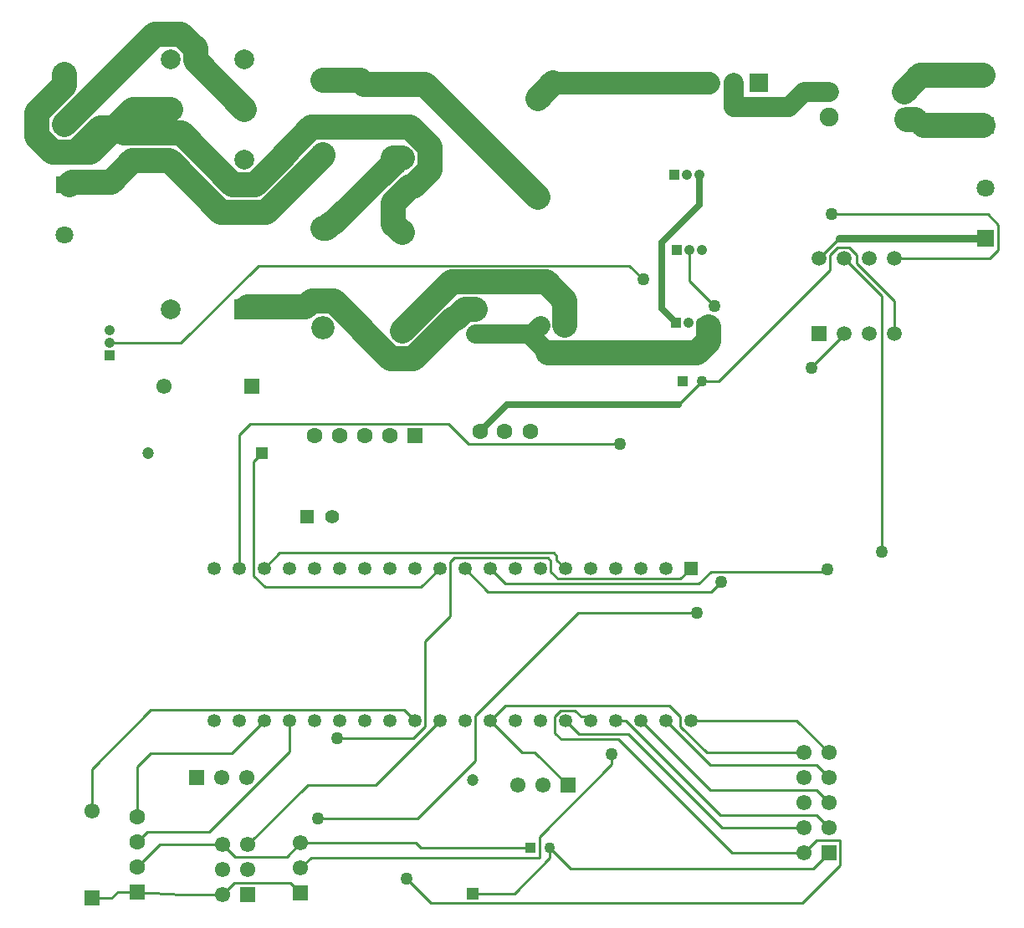
<source format=gbr>
%TF.GenerationSoftware,Altium Limited,Altium Designer,23.0.1 (38)*%
G04 Layer_Physical_Order=2*
G04 Layer_Color=16711680*
%FSLAX26Y26*%
%MOIN*%
%TF.SameCoordinates,CFC2B011-0ACB-40EE-8827-5318C0CA6053*%
%TF.FilePolarity,Positive*%
%TF.FileFunction,Copper,L2,Bot,Signal*%
%TF.Part,Single*%
G01*
G75*
%TA.AperFunction,Conductor*%
%ADD13C,0.100000*%
%ADD14C,0.010000*%
%ADD16C,0.025000*%
%ADD17C,0.030000*%
%ADD18C,0.050000*%
%TA.AperFunction,ComponentPad*%
%ADD19C,0.070866*%
%ADD20R,0.070866X0.070866*%
%ADD21C,0.059055*%
%ADD22R,0.059055X0.059055*%
%ADD23R,0.043307X0.043307*%
%ADD24C,0.043307*%
%ADD25C,0.070000*%
%ADD26R,0.070000X0.070000*%
%ADD27R,0.075591X0.075591*%
%ADD28C,0.075591*%
%ADD29C,0.075000*%
%ADD30R,0.041339X0.041339*%
%ADD31C,0.041339*%
%ADD32R,0.043307X0.043307*%
%ADD33C,0.055118*%
%ADD34R,0.055118X0.055118*%
%ADD35R,0.061024X0.061024*%
%ADD36C,0.061024*%
%ADD37R,0.041339X0.041339*%
%ADD38C,0.062992*%
%ADD39R,0.061024X0.061024*%
%ADD40R,0.078740X0.078740*%
%ADD41C,0.078740*%
%ADD42C,0.047244*%
%ADD43R,0.047244X0.047244*%
%ADD44R,0.047244X0.047244*%
%ADD45R,0.053150X0.053150*%
%ADD46C,0.053150*%
%ADD47R,0.062992X0.062992*%
%ADD48C,0.092126*%
%ADD49R,0.062992X0.062992*%
%TA.AperFunction,ViaPad*%
%ADD50C,0.050000*%
%TA.AperFunction,Conductor*%
%ADD51C,0.080000*%
%ADD52C,0.075000*%
%ADD53C,0.090000*%
D13*
X4550000Y6780000D02*
X4585563D01*
X4617782Y6755000D02*
X4855000D01*
X4540000Y6890000D02*
X4605000Y6955000D01*
X2494437Y5826024D02*
X2585563D01*
X2381685Y5938776D02*
Y5944611D01*
X2268933Y6057363D02*
X2381685Y5944611D01*
Y5938776D02*
X2494437Y5826024D01*
X1923347Y6032363D02*
X2156067D01*
X2181067Y6057363D02*
X2268933D01*
X2156067Y6032363D02*
X2181067Y6057363D01*
X2789614Y6022500D02*
X2830000D01*
X2752861Y5985746D02*
X2789614Y6022500D01*
X2745286Y5985746D02*
X2752861D01*
X3113133Y6132500D02*
X3189212Y6056421D01*
X2736476Y6132500D02*
X3113133D01*
X2540000Y5936024D02*
X2736476Y6132500D01*
X3760669Y5895669D02*
Y5952000D01*
X3715000Y5850000D02*
X3760669Y5895669D01*
X3120000Y5850000D02*
X3715000D01*
X3189212Y5960000D02*
Y6056421D01*
X2585563Y5826024D02*
X2745286Y5985746D01*
X2505865Y6363859D02*
X2540000Y6329724D01*
X2650000Y6579437D02*
Y6670563D01*
X1407007Y6747993D02*
X1430000Y6725000D01*
X1297966Y6650000D02*
X1401483Y6753517D01*
X1338556Y6747993D02*
X1407007D01*
X1401483Y6753517D02*
X1468832Y6820866D01*
X1240563Y6650000D02*
X1338556Y6747993D01*
X1430000Y6725000D02*
X1660563D01*
X1864068Y6521496D01*
X2225000Y6637134D02*
Y6640276D01*
X1864068Y6521496D02*
X1953798D01*
X1240563Y6650000D02*
X1297966D01*
X1953798Y6521496D02*
X2066617Y6634315D01*
X1085000Y6805563D02*
X1195000Y6915563D01*
X2066617Y6634315D02*
Y6637457D01*
X1085000Y6714437D02*
Y6805563D01*
X2505865Y6446701D02*
X2572233Y6513069D01*
X1999362Y6411496D02*
X2225000Y6637134D01*
X2583632Y6513069D02*
X2650000Y6579437D01*
X1149437Y6650000D02*
X1240563D01*
X2179437Y6750276D02*
X2570287D01*
X1617362Y6612638D02*
X1818504Y6411496D01*
X2572233Y6513069D02*
X2583632D01*
X1195000Y6915563D02*
Y6960000D01*
X1818504Y6411496D02*
X1999362D01*
X2066617Y6637457D02*
X2179437Y6750276D01*
X2505865Y6363859D02*
Y6446701D01*
X2570287Y6750276D02*
X2650000Y6670563D01*
X1085000Y6714437D02*
X1149437Y6650000D01*
X1555236Y7120236D02*
X1658522D01*
X1716732Y7062026D01*
X1195000Y6760000D02*
X1555236Y7120236D01*
X1716732Y7016772D02*
Y7062026D01*
Y7016772D02*
X1912638Y6820866D01*
X1468832D02*
X1617362D01*
X2505000Y6625000D02*
X2528601D01*
X2540000D01*
X1215000Y6520000D02*
X1225000Y6530000D01*
X1465000Y6615000D02*
X1611496D01*
X1225000Y6530000D02*
X1380000D01*
X1465000Y6615000D01*
X2236399Y6345000D02*
X2257462Y6366063D01*
X2507538Y6603937D02*
X2528601Y6625000D01*
X2225000Y6345000D02*
X2236399D01*
X2257462Y6366063D02*
X2266063D01*
X2503937Y6603937D01*
X2507538D01*
X2629724Y6920276D02*
X3080000Y6470000D01*
X2540000Y6920276D02*
X2629724D01*
X4605000Y6955000D02*
X4855000D01*
X3080000Y6864000D02*
X3141000Y6925000D01*
X2389276Y6920276D02*
X2540000D01*
X2374000Y6935552D02*
X2389276Y6920276D01*
X2225000Y6935552D02*
X2374000D01*
D14*
X3445500Y6197500D02*
X3500000Y6143000D01*
X1966500Y6197500D02*
X3445500D01*
X1659000Y5890000D02*
X1966500Y6197500D01*
X3772000Y4978000D02*
X4226895D01*
X4234448Y4985552D01*
X4300000Y5922500D02*
Y5925000D01*
X4170000Y5792500D02*
X4300000Y5922500D01*
X4170000Y5790000D02*
Y5792500D01*
X3642000Y5642000D02*
X3735000Y5735000D01*
X4500000Y5925000D02*
Y6056000D01*
X4350000Y6206000D02*
X4500000Y6056000D01*
X4350000Y6206000D02*
Y6240000D01*
X4320000Y6270000D02*
X4350000Y6240000D01*
X4275000Y6270000D02*
X4320000D01*
X4245000Y6240000D02*
X4275000Y6270000D01*
X4245000Y6180000D02*
Y6240000D01*
X3800000Y5735000D02*
X4245000Y6180000D01*
X3735000Y5735000D02*
X3800000D01*
X2820000Y3694174D02*
X2987170D01*
X3128740Y3835744D01*
Y3875000D01*
X1665000Y3690000D02*
X1825000D01*
X1485000Y3700000D02*
X1665000Y3690000D01*
X1575000Y3890000D02*
X1825000D01*
X1485000Y3800000D02*
X1575000Y3890000D01*
X1825000D02*
X1875000Y3840000D01*
X2080000D01*
X2135000Y3895000D01*
X2890000Y4382500D02*
X2951576Y4444076D01*
X3603924D01*
X3648000Y4400000D01*
Y4360000D02*
Y4400000D01*
Y4360000D02*
X3753000Y4255000D01*
X4140000D01*
X2547500Y4425000D02*
X2590000Y4382500D01*
X1539000Y4425000D02*
X2547500D01*
X1305000Y4191000D02*
X1539000Y4425000D01*
X1305000Y4024804D02*
Y4191000D01*
X1948000Y5417174D02*
X1980826Y5450000D01*
X1948000Y4960000D02*
Y5417174D01*
Y4960000D02*
X1993000Y4915000D01*
X2615000D01*
X2690000Y4990000D01*
X4450000Y5055000D02*
Y6075000D01*
X4300000Y6225000D02*
X4450000Y6075000D01*
X2279804Y4313000D02*
X2585000D01*
X2632000Y4360000D01*
Y4699000D01*
X2732000Y4799000D01*
Y5015576D01*
X2748000Y5031576D01*
X3120424D01*
X3132000Y5020000D01*
Y4976424D02*
Y5020000D01*
Y4976424D02*
X3160000Y4948424D01*
X3648424D01*
X3690000Y4990000D01*
X2803000Y5488000D02*
X3409000D01*
X2724000Y5567000D02*
X2803000Y5488000D01*
X1935000Y5567000D02*
X2724000D01*
X1890000Y5522000D02*
X1935000Y5567000D01*
X1890000Y4990000D02*
Y5522000D01*
X3854000Y3855000D02*
X4140000D01*
X3400000Y4309000D02*
X3854000Y3855000D01*
X3174000Y4309000D02*
X3400000D01*
X3148424Y4334576D02*
X3174000Y4309000D01*
X3148424Y4334576D02*
Y4400000D01*
X3172500Y4424076D01*
X3227924D01*
X3253000Y4399000D01*
X3273500D01*
X3290000Y4382500D01*
X4140000Y3855000D02*
X4190000Y3905000D01*
X4286000D01*
Y3805000D02*
Y3905000D01*
X4136000Y3655000D02*
X4286000Y3805000D01*
X2655402Y3655000D02*
X4136000D01*
X2557402Y3753000D02*
X2655402Y3655000D01*
X4190000Y4005000D02*
X4240000Y3955000D01*
X3807500Y4005000D02*
X4190000D01*
X3430000Y4382500D02*
X3807500Y4005000D01*
X3390000Y4382500D02*
X3430000D01*
X2205000Y3992000D02*
X2602000D01*
X2832000Y4222000D01*
Y4404000D01*
X3240000Y4812000D01*
X3713000D01*
X3685000Y6136000D02*
X3784000Y6037000D01*
X3685000Y6136000D02*
Y6260000D01*
X2790000Y4990000D02*
X2882000Y4898000D01*
X3772000D01*
X3812000Y4938000D01*
X2890000Y4990000D02*
X2951576Y4928424D01*
X3722424D01*
X3772000Y4978000D01*
X1925000Y3890000D02*
X2163000Y4128000D01*
X2435500D01*
X2690000Y4382500D01*
X3128740Y3875000D02*
X3210740Y3793000D01*
X4178000D01*
X4240000Y3855000D01*
X2135000Y3795000D02*
X2178000Y3838000D01*
X3087000D01*
Y3920000D01*
X3376000Y4209000D01*
Y4249000D01*
X3814496Y3955000D02*
X4140000D01*
X3440496Y4329000D02*
X3814496Y3955000D01*
X3243500Y4329000D02*
X3440496D01*
X3190000Y4382500D02*
X3243500Y4329000D01*
X2613000Y3875000D02*
X3050000D01*
X2593000Y3895000D02*
X2613000Y3875000D01*
X2135000Y3895000D02*
X2593000D01*
X1990000Y4990000D02*
X2051576Y5051576D01*
X3144490D01*
X3156066Y5040000D01*
Y5023934D02*
Y5040000D01*
Y5023934D02*
X3190000Y4990000D01*
X1485000Y4000000D02*
Y4200000D01*
X1538000Y4253000D01*
X1860500D01*
X1990000Y4382500D01*
X4500000Y6225000D02*
X4881000D01*
X4916000Y6260000D01*
Y6360000D01*
X4874000Y6402000D02*
X4916000Y6360000D01*
X4249536Y6402000D02*
X4874000D01*
X4190000Y4205000D02*
X4240000Y4155000D01*
X3767500Y4205000D02*
X4190000D01*
X3590000Y4382500D02*
X3767500Y4205000D01*
X4200000Y6225000D02*
X4280000Y6305000D01*
X1375000Y5890000D02*
X1659000D01*
X3069000Y4256000D02*
X3200000Y4125000D01*
X3016500Y4256000D02*
X3069000D01*
X2890000Y4382500D02*
X3016500Y4256000D01*
X2090000Y4259000D02*
Y4382500D01*
X1770000Y3939000D02*
X2090000Y4259000D01*
X1524000Y3939000D02*
X1770000D01*
X1485000Y3900000D02*
X1524000Y3939000D01*
X4190000Y4105000D02*
X4240000Y4055000D01*
X3767500Y4105000D02*
X4190000D01*
X3490000Y4382500D02*
X3767500Y4105000D01*
X3690000Y4382500D02*
X4112500D01*
X4240000Y4255000D01*
X1825000Y3690000D02*
X1871000Y3736000D01*
X2094000D01*
X2135000Y3695000D01*
X1406804Y3700000D02*
X1485000D01*
X1382000Y3675196D02*
X1406804Y3700000D01*
X1305000Y3675196D02*
X1382000D01*
D16*
X3575000Y6025000D02*
Y6289000D01*
X3725000Y6439000D01*
X3575000Y6025000D02*
X3630000Y5970000D01*
X2957000Y5642000D02*
X3642000D01*
X2850000Y5535000D02*
X2957000Y5642000D01*
X3725000Y6439000D02*
Y6560000D01*
D17*
X4280000Y6305000D02*
X4865000D01*
D18*
X1912638Y6021654D02*
X1923347Y6032363D01*
D19*
X4865000Y6955000D02*
D03*
Y6505000D02*
D03*
X1195000Y6320000D02*
D03*
Y6760000D02*
D03*
D20*
X4865000Y6755000D02*
D03*
Y6305000D02*
D03*
X1195000Y6520000D02*
D03*
Y6960000D02*
D03*
D21*
X4500000Y6225000D02*
D03*
X4400000D02*
D03*
X4300000D02*
D03*
X4200000D02*
D03*
X4500000Y5925000D02*
D03*
X4400000D02*
D03*
X4300000D02*
D03*
D22*
X4200000D02*
D03*
D23*
X3656260Y5735000D02*
D03*
X3050000Y3875000D02*
D03*
D24*
X3735000Y5735000D02*
D03*
X3128740Y3875000D02*
D03*
X2830000Y6003740D02*
D03*
D25*
X3080000Y6864000D02*
D03*
D26*
Y6470000D02*
D03*
D27*
X3960000Y6925000D02*
D03*
D28*
X3860000D02*
D03*
X3760000D02*
D03*
D29*
X4540000Y6890000D02*
D03*
Y6790000D02*
D03*
X4240000D02*
D03*
Y6890000D02*
D03*
D30*
X3630000Y5970000D02*
D03*
X3635000Y6260000D02*
D03*
X3625000Y6560000D02*
D03*
D31*
X3680000Y5970000D02*
D03*
X3730000D02*
D03*
X3685000Y6260000D02*
D03*
X3735000D02*
D03*
X3675000Y6560000D02*
D03*
X3725000D02*
D03*
X1375000Y5890000D02*
D03*
Y5940000D02*
D03*
D32*
X2830000Y5925000D02*
D03*
D33*
X2260000Y5195000D02*
D03*
D34*
X2160000D02*
D03*
D35*
X4240000Y3855000D02*
D03*
X1925000Y3690000D02*
D03*
X2135000Y3695000D02*
D03*
X1305000Y3675196D02*
D03*
D36*
X4240000Y3955000D02*
D03*
Y4055000D02*
D03*
Y4155000D02*
D03*
Y4255000D02*
D03*
X4140000Y3855000D02*
D03*
Y3955000D02*
D03*
Y4055000D02*
D03*
Y4155000D02*
D03*
Y4255000D02*
D03*
X1825000Y3890000D02*
D03*
Y3790000D02*
D03*
X1925000Y3890000D02*
D03*
Y3790000D02*
D03*
X1825000Y3690000D02*
D03*
X3000000Y4125000D02*
D03*
X3100000D02*
D03*
X2135000Y3895000D02*
D03*
Y3795000D02*
D03*
X1920000Y4155000D02*
D03*
X1820000D02*
D03*
X1305000Y4024804D02*
D03*
X1590196Y5715000D02*
D03*
D37*
X1375000Y5840000D02*
D03*
D38*
X3050788Y5535000D02*
D03*
X2850000D02*
D03*
X2948426D02*
D03*
X1485000Y4000000D02*
D03*
Y3900000D02*
D03*
Y3800000D02*
D03*
X2390000Y5520000D02*
D03*
X2490000D02*
D03*
X2290000D02*
D03*
X2190000D02*
D03*
D39*
X3200000Y4125000D02*
D03*
X1720000Y4155000D02*
D03*
X1939804Y5715000D02*
D03*
D40*
X1912638Y6021654D02*
D03*
D41*
X1617362D02*
D03*
X1912638Y6820866D02*
D03*
Y6620866D02*
D03*
Y7020866D02*
D03*
X1617362D02*
D03*
Y6820866D02*
D03*
Y6620866D02*
D03*
D42*
X3189212Y5960000D02*
D03*
X2820000Y4145826D02*
D03*
X1529174Y5450000D02*
D03*
D43*
X3090788Y5960000D02*
D03*
X1980826Y5450000D02*
D03*
D44*
X2820000Y3694174D02*
D03*
D45*
X3690000Y4990000D02*
D03*
D46*
X3590000D02*
D03*
X3490000D02*
D03*
X3390000D02*
D03*
X3290000D02*
D03*
X3190000D02*
D03*
X3090000D02*
D03*
X2990000D02*
D03*
X2890000D02*
D03*
X2790000D02*
D03*
X2690000D02*
D03*
X2590000D02*
D03*
X2490000D02*
D03*
X2390000D02*
D03*
X2290000D02*
D03*
X2190000D02*
D03*
X2090000D02*
D03*
X1990000D02*
D03*
X1890000D02*
D03*
X1790000D02*
D03*
Y4382500D02*
D03*
X1890000D02*
D03*
X1990000D02*
D03*
X2090000D02*
D03*
X2190000D02*
D03*
X2290000D02*
D03*
X2390000D02*
D03*
X2490000D02*
D03*
X2590000D02*
D03*
X2690000D02*
D03*
X2790000D02*
D03*
X2890000D02*
D03*
X2990000D02*
D03*
X3090000D02*
D03*
X3190000D02*
D03*
X3290000D02*
D03*
X3390000D02*
D03*
X3490000D02*
D03*
X3590000D02*
D03*
X3690000D02*
D03*
D47*
X1485000Y3700000D02*
D03*
D48*
X2540000Y6920276D02*
D03*
Y6625000D02*
D03*
Y6329724D02*
D03*
Y5936024D02*
D03*
X2225000Y6935552D02*
D03*
Y6640276D02*
D03*
Y6345000D02*
D03*
Y5951300D02*
D03*
D49*
X2590000Y5520000D02*
D03*
D50*
X3500000Y6143000D02*
D03*
X4234448Y4985552D02*
D03*
X4170000Y5790000D02*
D03*
X4450000Y5055000D02*
D03*
X2279804Y4313000D02*
D03*
X3409000Y5488000D02*
D03*
X2557402Y3753000D02*
D03*
X2205000Y3992000D02*
D03*
X3713000Y4812000D02*
D03*
X3784000Y6037000D02*
D03*
X3812000Y4938000D02*
D03*
X3376000Y4249000D02*
D03*
X4249536Y6402000D02*
D03*
D51*
X4140000Y6890000D02*
X4240000D01*
X4080000Y6830000D02*
X4140000Y6890000D01*
X3860000Y6830000D02*
X4080000D01*
X3860000D02*
Y6925000D01*
D52*
X3045000Y5925000D02*
X3120000Y5850000D01*
X3045000Y5925000D02*
X3055788D01*
X2830000D02*
X3045000D01*
X3055788D02*
X3090788Y5960000D01*
D53*
X3141000Y6925000D02*
X3760000D01*
%TF.MD5,b1eb187ef0f702be5444d4696daa61e8*%
M02*

</source>
